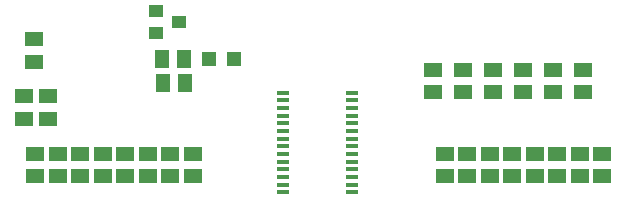
<source format=gbr>
G04 EAGLE Gerber RS-274X export*
G75*
%MOMM*%
%FSLAX34Y34*%
%LPD*%
%INSolderpaste Top*%
%IPPOS*%
%AMOC8*
5,1,8,0,0,1.08239X$1,22.5*%
G01*
%ADD10R,0.990600X0.304800*%
%ADD11R,1.500000X1.300000*%
%ADD12R,1.300000X1.500000*%
%ADD13R,1.270000X1.000000*%
%ADD14R,1.200000X1.200000*%


D10*
X-29178Y171790D03*
X-29178Y165290D03*
X-29178Y158790D03*
X-29178Y152290D03*
X-29178Y145790D03*
X-29178Y139290D03*
X-29178Y132790D03*
X-29178Y126290D03*
X29178Y126290D03*
X29178Y132790D03*
X29178Y139290D03*
X29178Y145790D03*
X29178Y152290D03*
X29178Y158790D03*
X29178Y165290D03*
X29178Y171790D03*
X-29178Y119790D03*
X-29178Y113290D03*
X29178Y119790D03*
X29178Y113290D03*
X-29178Y106790D03*
X-29178Y100290D03*
X-29178Y93790D03*
X-29178Y87290D03*
X29178Y87290D03*
X29178Y93790D03*
X29178Y100290D03*
X29178Y106790D03*
D11*
X97790Y171950D03*
X97790Y190950D03*
X123190Y171950D03*
X123190Y190950D03*
X148590Y171950D03*
X148590Y190950D03*
X173990Y172270D03*
X173990Y191270D03*
X199390Y172270D03*
X199390Y191270D03*
X224790Y172270D03*
X224790Y191270D03*
D12*
X-111785Y179865D03*
X-130785Y179865D03*
D11*
X-240030Y198145D03*
X-240030Y217145D03*
X-248445Y168885D03*
X-248445Y149885D03*
X-228125Y168885D03*
X-228125Y149885D03*
D13*
X-116870Y231790D03*
X-136870Y222290D03*
X-136870Y241290D03*
D14*
X-91780Y200660D03*
X-70780Y200660D03*
D12*
X-112420Y200660D03*
X-131420Y200660D03*
D11*
X-105410Y100990D03*
X-105410Y119990D03*
X-124460Y100990D03*
X-124460Y119990D03*
X-143510Y100990D03*
X-143510Y119990D03*
X-162560Y100990D03*
X-162560Y119990D03*
X-181610Y100990D03*
X-181610Y119990D03*
X-200660Y100990D03*
X-200660Y119990D03*
X-219710Y100990D03*
X-219710Y119990D03*
X-238760Y100990D03*
X-238760Y119990D03*
X241300Y100990D03*
X241300Y119990D03*
X222250Y100990D03*
X222250Y119990D03*
X203200Y100990D03*
X203200Y119990D03*
X184150Y100990D03*
X184150Y119990D03*
X165100Y100990D03*
X165100Y119990D03*
X146050Y100990D03*
X146050Y119990D03*
X127000Y100990D03*
X127000Y119990D03*
X107950Y100990D03*
X107950Y119990D03*
M02*

</source>
